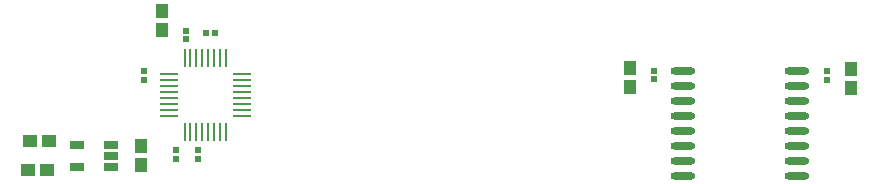
<source format=gbr>
%TF.GenerationSoftware,Altium Limited,Altium Designer,25.4.2 (15)*%
G04 Layer_Color=128*
%FSLAX45Y45*%
%MOMM*%
%TF.SameCoordinates,D0FDF368-1468-4A38-90CB-FD56B44771C5*%
%TF.FilePolarity,Positive*%
%TF.FileFunction,Paste,Bot*%
%TF.Part,Single*%
G01*
G75*
%TA.AperFunction,SMDPad,CuDef*%
%ADD11R,0.53933X0.47247*%
%ADD23R,0.47247X0.53933*%
%ADD26R,1.01213X1.20840*%
%ADD29R,1.20840X1.01213*%
%ADD41O,2.10000X0.65000*%
G04:AMPARAMS|DCode=44|XSize=0.65mm|YSize=1.2mm|CornerRadius=0.04875mm|HoleSize=0mm|Usage=FLASHONLY|Rotation=90.000|XOffset=0mm|YOffset=0mm|HoleType=Round|Shape=RoundedRectangle|*
%AMROUNDEDRECTD44*
21,1,0.65000,1.10250,0,0,90.0*
21,1,0.55250,1.20000,0,0,90.0*
1,1,0.09750,0.55125,0.27625*
1,1,0.09750,0.55125,-0.27625*
1,1,0.09750,-0.55125,-0.27625*
1,1,0.09750,-0.55125,0.27625*
%
%ADD44ROUNDEDRECTD44*%
%TA.AperFunction,NonConductor*%
%ADD74R,1.55001X0.24999*%
%ADD75R,1.55001X0.25004*%
%ADD76R,0.24999X1.55001*%
%ADD77R,0.24999X1.54996*%
D11*
X2225385Y1371600D02*
D03*
X2298700D02*
D03*
D23*
X7480300Y1051215D02*
D03*
Y977900D02*
D03*
X6019800Y980785D02*
D03*
Y1054100D02*
D03*
X1968500Y307685D02*
D03*
Y381000D02*
D03*
X2159000Y306243D02*
D03*
Y379557D02*
D03*
X2057400Y1394115D02*
D03*
Y1320800D02*
D03*
X1701800Y1051215D02*
D03*
Y977900D02*
D03*
D26*
X7683501Y1070788D02*
D03*
Y910412D02*
D03*
X5816600Y919124D02*
D03*
Y1079500D02*
D03*
X1854200Y1557376D02*
D03*
Y1397000D02*
D03*
X1676400Y254000D02*
D03*
Y414376D02*
D03*
D29*
X715924Y215900D02*
D03*
X876300D02*
D03*
X736600Y457200D02*
D03*
X896976D02*
D03*
D41*
X7228698Y1054100D02*
D03*
Y927100D02*
D03*
Y800100D02*
D03*
Y673100D02*
D03*
Y546100D02*
D03*
Y419100D02*
D03*
Y292100D02*
D03*
Y165100D02*
D03*
X6258697Y1054100D02*
D03*
Y927100D02*
D03*
Y800100D02*
D03*
Y673100D02*
D03*
Y546100D02*
D03*
Y419100D02*
D03*
Y292100D02*
D03*
Y165100D02*
D03*
D44*
X1127399Y425201D02*
D03*
Y235199D02*
D03*
X1422400D02*
D03*
Y330200D02*
D03*
Y425201D02*
D03*
D74*
X1906001Y1023099D02*
D03*
Y923100D02*
D03*
Y823100D02*
D03*
Y723100D02*
D03*
X2526000D02*
D03*
Y823100D02*
D03*
Y923100D02*
D03*
Y1023099D02*
D03*
D75*
X1906001Y973099D02*
D03*
Y873100D02*
D03*
Y773100D02*
D03*
Y673100D02*
D03*
X2526000D02*
D03*
Y773100D02*
D03*
Y873100D02*
D03*
Y973099D02*
D03*
D76*
X2040999Y538099D02*
D03*
X2091002D02*
D03*
X2140999D02*
D03*
X2191001D02*
D03*
X2240999D02*
D03*
X2291001D02*
D03*
X2340999D02*
D03*
X2391001D02*
D03*
D77*
Y1158100D02*
D03*
X2340999D02*
D03*
X2291001D02*
D03*
X2240999D02*
D03*
X2191001D02*
D03*
X2140999D02*
D03*
X2091002D02*
D03*
X2040999D02*
D03*
%TF.MD5,8f20fddb37f53f854fc1ea4945e80d85*%
M02*

</source>
